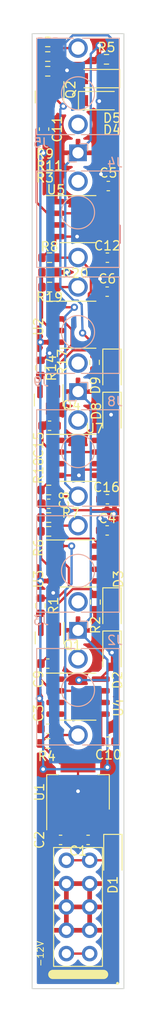
<source format=kicad_pcb>
(kicad_pcb (version 20211014) (generator pcbnew)
  (layers (0 "F.Cu" signal) (31 "B.Cu" signal) (34 "B.Paste" user) (35 "F.Paste" user) (36 "B.SilkS" user "B.Silkscreen") (37 "F.SilkS" user "F.Silkscreen") (38 "B.Mask" user) (39 "F.Mask" user) (44 "Edge.Cuts" user))
  (net 0 "")
  (net 1 "Net-(C1-Pad1)")
  (net 2 "GND")
  (net 3 "+5V")
  (net 4 "Net-(C9-Pad1)")
  (net 5 "Net-(C10-Pad2)")
  (net 6 "Net-(C11-Pad1)")
  (net 7 "Net-(C12-Pad2)")
  (net 8 "Net-(C15-Pad1)")
  (net 9 "Net-(C16-Pad2)")
  (net 10 "Net-(D1-Pad2)")
  (net 11 "Net-(D2-Pad1)")
  (net 12 "Net-(D3-Pad1)")
  (net 13 "Net-(D4-Pad1)")
  (net 14 "Net-(D5-Pad1)")
  (net 15 "Net-(D8-Pad1)")
  (net 16 "Net-(D9-Pad1)")
  (net 17 "Net-(J1-Pad10)")
  (net 19 "Net-(J2-PadT)")
  (net 21 "Net-(J3-PadT)")
  (net 23 "Net-(J4-PadT)")
  (net 25 "Net-(J5-PadT)")
  (net 27 "Net-(J8-PadT)")
  (net 29 "Net-(J9-PadT)")
  (net 30 "Net-(Q1-Pad2)")
  (net 31 "Net-(Q2-Pad2)")
  (net 32 "Net-(Q4-Pad2)")
  (net 33 "Net-(R6-Pad1)")
  (net 34 "Net-(R11-Pad1)")
  (net 35 "Net-(R19-Pad1)")
  (footprint "Resistor_SMD:R_0603_1608Metric" (layer "F.Cu") (at 50.3 79.9 -90)
    (fp_text reference "R2" (at 2.5 0 90) (layer "F.SilkS"))
    (fp_text value "1k")
    (pad "1" smd roundrect locked (at -0.825 0 270) (size 0.8 0.95) (layers "F.Cu" "F.Paste" "F.Mask") (net 12 "Net-(D3-Pad1)"))
    (pad "2" smd roundrect locked (at 0.825 0 270) (size 0.8 0.95) (layers "F.Cu" "F.Paste" "F.Mask") (net 2 "GND"))
  )
  (footprint "Diode_SMD:D_SOD-123" (layer "F.Cu") (at 52.1 80.6 -90)
    (fp_text reference "D3" (at -3.2 -0.7 90) (layer "F.SilkS"))
    (fp_text value "1N4148W")
    (pad "1" smd rect locked (at -1.65 0 270) (size 0.9 1.2) (layers "F.Cu" "F.Paste" "F.Mask") (net 12 "Net-(D3-Pad1)"))
    (pad "2" smd rect locked (at 1.65 0 270) (size 0.9 1.2) (layers "F.Cu" "F.Paste" "F.Mask") (net 11 "Net-(D2-Pad1)"))
  )
  (footprint "Resistor_SMD:R_0603_1608Metric" (layer "F.Cu") (at 45.1 20.5)
    (fp_text reference "R11" (at 0.2 11.9) (layer "F.SilkS"))
    (fp_text value "51k")
    (pad "1" smd roundrect locked (at -0.825 0) (size 0.8 0.95) (layers "F.Cu" "F.Paste" "F.Mask") (net 34 "Net-(R11-Pad1)"))
    (pad "2" smd roundrect locked (at 0.825 0) (size 0.8 0.95) (layers "F.Cu" "F.Paste" "F.Mask") (net 2 "GND"))
  )
  (footprint "Capacitor_SMD:C_0603_1608Metric" (layer "F.Cu") (at 45.1 86.6)
    (fp_text reference "C9" (at -1 1.7 90) (layer "F.SilkS"))
    (fp_text value "1.5n")
    (pad "1" smd roundrect locked (at -0.775 0) (size 0.9 0.95) (layers "F.Cu" "F.Paste" "F.Mask") (net 4 "Net-(C9-Pad1)"))
    (pad "2" smd roundrect locked (at 0.775 0) (size 0.9 0.95) (layers "F.Cu" "F.Paste" "F.Mask") (net 2 "GND"))
  )
  (footprint "Capacitor_SMD:C_0603_1608Metric" (layer "F.Cu") (at 44.7 28.4 -90)
    (fp_text reference "C11" (at 0 -1.43 90) (layer "F.SilkS"))
    (fp_text value "1.5n")
    (pad "1" smd roundrect locked (at -0.775 0 270) (size 0.9 0.95) (layers "F.Cu" "F.Paste" "F.Mask") (net 6 "Net-(C11-Pad1)"))
    (pad "2" smd roundrect locked (at 0.775 0 270) (size 0.9 0.95) (layers "F.Cu" "F.Paste" "F.Mask") (net 2 "GND"))
  )
  (footprint "Capacitor_SMD:C_0603_1608Metric" (layer "F.Cu") (at 45.3 60.7)
    (fp_text reference "C15" (at -1.2 2.1 90) (layer "F.SilkS"))
    (fp_text value "1.5n")
    (pad "1" smd roundrect locked (at -0.775 0) (size 0.9 0.95) (layers "F.Cu" "F.Paste" "F.Mask") (net 8 "Net-(C15-Pad1)"))
    (pad "2" smd roundrect locked (at 0.775 0) (size 0.9 0.95) (layers "F.Cu" "F.Paste" "F.Mask") (net 2 "GND"))
  )
  (footprint "Resistor_SMD:R_0603_1608Metric" (layer "F.Cu") (at 45.3 42.4)
    (fp_text reference "R8" (at 0 -1.2) (layer "F.SilkS"))
    (fp_text value "2.2k")
    (pad "1" smd roundrect locked (at -0.825 0) (size 0.8 0.95) (layers "F.Cu" "F.Paste" "F.Mask") (net 3 "+5V"))
    (pad "2" smd roundrect locked (at 0.825 0) (size 0.8 0.95) (layers "F.Cu" "F.Paste" "F.Mask") (net 23 "Net-(J4-PadT)"))
  )
  (footprint "Resistor_SMD:R_0603_1608Metric" (layer "F.Cu") (at 45.1 22.1 180)
    (fp_text reference "R3" (at 0.3 -11.6) (layer "F.SilkS"))
    (fp_text value "1k")
    (pad "1" smd roundrect locked (at -0.825 0 180) (size 0.8 0.95) (layers "F.Cu" "F.Paste" "F.Mask") (net 3 "+5V"))
    (pad "2" smd roundrect locked (at 0.825 0 180) (size 0.8 0.95) (layers "F.Cu" "F.Paste" "F.Mask") (net 31 "Net-(Q2-Pad2)"))
  )
  (footprint "Capacitor_SMD:C_0603_1608Metric" (layer "F.Cu") (at 45.2 69.2)
    (fp_text reference "C8" (at 1.7 -0.4 90) (layer "F.SilkS"))
    (fp_text value "100n")
    (pad "1" smd roundrect locked (at -0.775 0) (size 0.9 0.95) (layers "F.Cu" "F.Paste" "F.Mask") (net 3 "+5V"))
    (pad "2" smd roundrect locked (at 0.775 0) (size 0.9 0.95) (layers "F.Cu" "F.Paste" "F.Mask") (net 2 "GND"))
  )
  (footprint "Diode_SMD:D_SOD-123" (layer "F.Cu") (at 52.1 59.3 -90)
    (fp_text reference "D8" (at -0.2 1.7 90) (layer "F.SilkS"))
    (fp_text value "1N4148W")
    (pad "1" smd rect locked (at -1.65 0 270) (size 0.9 1.2) (layers "F.Cu" "F.Paste" "F.Mask") (net 15 "Net-(D8-Pad1)"))
    (pad "2" smd rect locked (at 1.65 0 270) (size 0.9 1.2) (layers "F.Cu" "F.Paste" "F.Mask") (net 3 "+5V"))
  )
  (footprint "Resistor_SMD:R_0603_1608Metric" (layer "F.Cu") (at 45.3 45.6)
    (fp_text reference "R19" (at 0 1.1) (layer "F.SilkS"))
    (fp_text value "10k")
    (pad "1" smd roundrect locked (at -0.825 0) (size 0.8 0.95) (layers "F.Cu" "F.Paste" "F.Mask") (net 35 "Net-(R19-Pad1)"))
    (pad "2" smd roundrect locked (at 0.825 0) (size 0.8 0.95) (layers "F.Cu" "F.Paste" "F.Mask") (net 29 "Net-(J9-PadT)"))
  )
  (footprint "Package_SO:SOIC-8_3.9x4.9mm_P1.27mm" (layer "F.Cu") (at 48.4 90.2)
    (fp_text reference "U4" (at 4.4 1.2 90) (layer "F.SilkS"))
    (fp_text value "NE555D")
    (pad "1" smd roundrect locked (at -2.475 -1.905) (size 1.95 0.6) (layers "F.Cu" "F.Paste" "F.Mask") (net 2 "GND"))
    (pad "2" smd roundrect locked (at -2.475 -0.635) (size 1.95 0.6) (layers "F.Cu" "F.Paste" "F.Mask") (net 4 "Net-(C9-Pad1)"))
    (pad "3" smd roundrect locked (at -2.475 0.635) (size 1.95 0.6) (layers "F.Cu" "F.Paste" "F.Mask"))
    (pad "4" smd roundrect locked (at -2.475 1.905) (size 1.95 0.6) (layers "F.Cu" "F.Paste" "F.Mask") (net 3 "+5V"))
    (pad "5" smd roundrect locked (at 2.475 1.905) (size 1.95 0.6) (layers "F.Cu" "F.Paste" "F.Mask") (net 5 "Net-(C10-Pad2)"))
    (pad "6" smd roundrect locked (at 2.475 0.635) (size 1.95 0.6) (layers "F.Cu" "F.Paste" "F.Mask") (net 4 "Net-(C9-Pad1)"))
    (pad "7" smd roundrect locked (at 2.475 -0.635) (size 1.95 0.6) (layers "F.Cu" "F.Paste" "F.Mask") (net 4 "Net-(C9-Pad1)"))
    (pad "8" smd roundrect locked (at 2.475 -1.905) (size 1.95 0.6) (layers "F.Cu" "F.Paste" "F.Mask") (net 3 "+5V"))
  )
  (footprint "Resistor_SMD:R_0603_1608Metric" (layer "F.Cu") (at 51.5 20.8 180)
    (fp_text reference "R5" (at 0 1.3) (layer "F.SilkS"))
    (fp_text value "1k")
    (pad "1" smd roundrect locked (at -0.825 0 180) (size 0.8 0.95) (layers "F.Cu" "F.Paste" "F.Mask") (net 14 "Net-(D5-Pad1)"))
    (pad "2" smd roundrect locked (at 0.825 0 180) (size 0.8 0.95) (layers "F.Cu" "F.Paste" "F.Mask") (net 2 "GND"))
  )
  (footprint "Capacitor_SMD:C_0603_1608Metric" (layer "F.Cu") (at 51.575 46.1)
    (fp_text reference "C6" (at 0 -1.4) (layer "F.SilkS"))
    (fp_text value "100n")
    (pad "1" smd roundrect locked (at -0.775 0) (size 0.9 0.95) (layers "F.Cu" "F.Paste" "F.Mask") (net 3 "+5V"))
    (pad "2" smd roundrect locked (at 0.775 0) (size 0.9 0.95) (layers "F.Cu" "F.Paste" "F.Mask") (net 2 "GND"))
  )
  (footprint "4ms_Connector:Pins_2x05_2.54mm_TH_Europower" (layer "F.Cu") (at 48.4 113.1)
    (fp_text reference "J1" hide)
    (fp_text value "." (at 4.3 7.8) (layer "F.SilkS") (effects (font (size 1.27 1.27) (thickness 0.2032))))
    (fp_text user "-12V" (at -4.1 5.1 90) (layer "F.SilkS") (effects (font (size 0.7 0.7) (thickness 0.1))))
    (pad "1" thru_hole oval locked (at -1.27 -5.08) (size 1.7 1.7) (drill 1) (layers *.Cu *.Mask) (net 10 "Net-(D1-Pad2)"))
    (pad "2" thru_hole oval locked (at 1.27 -5.08) (size 1.7 1.7) (drill 1) (layers *.Cu *.Mask) (net 10 "Net-(D1-Pad2)"))
    (pad "3" thru_hole oval locked (at -1.27 -2.54) (size 1.7 1.7) (drill 1) (layers *.Cu *.Mask) (net 2 "GND"))
    (pad "4" thru_hole oval locked (at 1.27 -2.54) (size 1.7 1.7) (drill 1) (layers *.Cu *.Mask) (net 2 "GND"))
    (pad "5" thru_hole oval locked (at -1.27 0) (size 1.7 1.7) (drill 1) (layers *.Cu *.Mask) (net 2 "GND"))
    (pad "6" thru_hole oval locked (at 1.27 0) (size 1.7 1.7) (drill 1) (layers *.Cu *.Mask) (net 2 "GND"))
    (pad "7" thru_hole oval locked (at -1.27 2.54) (size 1.7 1.7) (drill 1) (layers *.Cu *.Mask) (net 2 "GND"))
    (pad "8" thru_hole oval locked (at 1.27 2.54) (size 1.7 1.7) (drill 1) (layers *.Cu *.Mask) (net 2 "GND"))
    (pad "9" thru_hole oval locked (at -1.27 5.08) (size 1.7 1.7) (drill 1) (layers *.Cu *.Mask) (net 17 "Net-(J1-Pad10)"))
    (pad "10" thru_hole oval locked (at 1.27 5.08) (size 1.7 1.7) (drill 1) (layers *.Cu *.Mask) (net 17 "Net-(J1-Pad10)"))
  )
  (footprint "Package_TO_SOT_SMD:SOT-223-3_TabPin2" (layer "F.Cu") (at 48.4 100.6 90)
    (fp_text reference "U1" (at 0 -4.2 90) (layer "F.SilkS"))
    (fp_text value "LM1117-5.0")
    (pad "1" smd rect locked (at -3.15 -2.3 90) (size 2 1.5) (layers "F.Cu" "F.Paste" "F.Mask") (net 2 "GND"))
    (pad "2" smd rect locked (at 3.15 0 90) (size 2 3.8) (layers "F.Cu" "F.Paste" "F.Mask") (net 3 "+5V"))
    (pad "2" smd rect locked (at -3.15 0 90) (size 2 1.5) (layers "F.Cu" "F.Paste" "F.Mask") (net 3 "+5V"))
    (pad "3" smd rect locked (at -3.15 2.3 90) (size 2 1.5) (layers "F.Cu" "F.Paste" "F.Mask") (net 1 "Net-(C1-Pad1)"))
  )
  (footprint "Package_SO:SOIC-8_3.9x4.9mm_P1.27mm" (layer "F.Cu") (at 48.4 64.2)
    (fp_text reference "U7" (at 1.8 -3.2) (layer "F.SilkS"))
    (fp_text value "NE555D")
    (pad "1" smd roundrect locked (at -2.475 -1.905) (size 1.95 0.6) (layers "F.Cu" "F.Paste" "F.Mask") (net 2 "GND"))
    (pad "2" smd roundrect locked (at -2.475 -0.635) (size 1.95 0.6) (layers "F.Cu" "F.Paste" "F.Mask") (net 8 "Net-(C15-Pad1)"))
    (pad "3" smd roundrect locked (at -2.475 0.635) (size 1.95 0.6) (layers "F.Cu" "F.Paste" "F.Mask"))
    (pad "4" smd roundrect locked (at -2.475 1.905) (size 1.95 0.6) (layers "F.Cu" "F.Paste" "F.Mask") (net 3 "+5V"))
    (pad "5" smd roundrect locked (at 2.475 1.905) (size 1.95 0.6) (layers "F.Cu" "F.Paste" "F.Mask") (net 9 "Net-(C16-Pad2)"))
    (pad "6" smd roundrect locked (at 2.475 0.635) (size 1.95 0.6) (layers "F.Cu" "F.Paste" "F.Mask") (net 8 "Net-(C15-Pad1)"))
    (pad "7" smd roundrect locked (at 2.475 -0.635) (size 1.95 0.6) (layers "F.Cu" "F.Paste" "F.Mask") (net 8 "Net-(C15-Pad1)"))
    (pad "8" smd roundrect locked (at 2.475 -1.905) (size 1.95 0.6) (layers "F.Cu" "F.Paste" "F.Mask") (net 3 "+5V"))
  )
  (footprint "Capacitor_SMD:C_0603_1608Metric" (layer "F.Cu") (at 51.6 68.7 180)
    (fp_text reference "C16" (at 0.1 1.3) (layer "F.SilkS"))
    (fp_text value "100n")
    (pad "1" smd roundrect locked (at -0.775 0 180) (size 0.9 0.95) (layers "F.Cu" "F.Paste" "F.Mask") (net 2 "GND"))
    (pad "2" smd roundrect locked (at 0.775 0 180) (size 0.9 0.95) (layers "F.Cu" "F.Paste" "F.Mask") (net 9 "Net-(C16-Pad2)"))
  )
  (footprint "Diode_SMD:D_SOD-123" (layer "F.Cu") (at 50.7 25.3)
    (fp_text reference "D4" (at 1.4 3.2) (layer "F.SilkS"))
    (fp_text value "1N4148W")
    (pad "1" smd rect locked (at -1.65 0) (size 0.9 1.2) (layers "F.Cu" "F.Paste" "F.Mask") (net 13 "Net-(D4-Pad1)"))
    (pad "2" smd rect locked (at 1.65 0) (size 0.9 1.2) (layers "F.Cu" "F.Paste" "F.Mask") (net 3 "+5V"))
  )
  (footprint "Resistor_SMD:R_0603_1608Metric" (layer "F.Cu") (at 45.2 72.2)
    (fp_text reference "R6" (at -1.1 1.8 90) (layer "F.SilkS"))
    (fp_text value "10k")
    (pad "1" smd roundrect locked (at -0.825 0) (size 0.8 0.95) (layers "F.Cu" "F.Paste" "F.Mask") (net 33 "Net-(R6-Pad1)"))
    (pad "2" smd roundrect locked (at 0.825 0) (size 0.8 0.95) (layers "F.Cu" "F.Paste" "F.Mask") (net 21 "Net-(J3-PadT)"))
  )
  (footprint "Package_SO:SOIC-8_3.9x4.9mm_P1.27mm" (layer "F.Cu") (at 48.4 49.7)
    (fp_text reference "U2" (at -4.3 0.2 90) (layer "F.SilkS"))
    (fp_text value "LM393")
    (pad "1" smd roundrect locked (at -2.475 -1.905) (size 1.95 0.6) (layers "F.Cu" "F.Paste" "F.Mask") (net 27 "Net-(J8-PadT)"))
    (pad "2" smd roundrect locked (at -2.475 -0.635) (size 1.95 0.6) (layers "F.Cu" "F.Paste" "F.Mask") (net 8 "Net-(C15-Pad1)"))
    (pad "3" smd roundrect locked (at -2.475 0.635) (size 1.95 0.6) (layers "F.Cu" "F.Paste" "F.Mask") (net 35 "Net-(R19-Pad1)"))
    (pad "4" smd roundrect locked (at -2.475 1.905) (size 1.95 0.6) (layers "F.Cu" "F.Paste" "F.Mask") (net 2 "GND"))
    (pad "5" smd roundrect locked (at 2.475 1.905) (size 1.95 0.6) (layers "F.Cu" "F.Paste" "F.Mask") (net 34 "Net-(R11-Pad1)"))
    (pad "6" smd roundrect locked (at 2.475 0.635) (size 1.95 0.6) (layers "F.Cu" "F.Paste" "F.Mask") (net 6 "Net-(C11-Pad1)"))
    (pad "7" smd roundrect locked (at 2.475 -0.635) (size 1.95 0.6) (layers "F.Cu" "F.Paste" "F.Mask") (net 23 "Net-(J4-PadT)"))
    (pad "8" smd roundrect locked (at 2.475 -1.905) (size 1.95 0.6) (layers "F.Cu" "F.Paste" "F.Mask") (net 3 "+5V"))
  )
  (footprint "Diode_SMD:D_SOD-123" (layer "F.Cu") (at 52.1 85.3 -90)
    (fp_text reference "D2" (at 3.1 -0.6 90) (layer "F.SilkS"))
    (fp_text value "1N4148W")
    (pad "1" smd rect locked (at -1.65 0 270) (size 0.9 1.2) (layers "F.Cu" "F.Paste" "F.Mask") (net 11 "Net-(D2-Pad1)"))
    (pad "2" smd rect locked (at 1.65 0 270) (size 0.9 1.2) (layers "F.Cu" "F.Paste" "F.Mask") (net 3 "+5V"))
  )
  (footprint "Diode_SMD:D_SOD-123" (layer "F.Cu") (at 50.7 22.9 180)
    (fp_text reference "D5" (at -1.4 -4.3) (layer "F.SilkS"))
    (fp_text value "1N4148W")
    (pad "1" smd rect locked (at -1.65 0 180) (size 0.9 1.2) (layers "F.Cu" "F.Paste" "F.Mask") (net 14 "Net-(D5-Pad1)"))
    (pad "2" smd rect locked (at 1.65 0 180) (size 0.9 1.2) (layers "F.Cu" "F.Paste" "F.Mask") (net 13 "Net-(D4-Pad1)"))
  )
  (footprint "Capacitor_SMD:C_0603_1608Metric" (layer "F.Cu") (at 51.7 34.6)
    (fp_text reference "C5" (at 0 -1.43) (layer "F.SilkS"))
    (fp_text value "100n")
    (pad "1" smd roundrect locked (at -0.775 0) (size 0.9 0.95) (layers "F.Cu" "F.Paste" "F.Mask") (net 3 "+5V"))
    (pad "2" smd roundrect locked (at 0.775 0) (size 0.9 0.95) (layers "F.Cu" "F.Paste" "F.Mask") (net 2 "GND"))
  )
  (footprint "Package_TO_SOT_SMD:SOT-23" (layer "F.Cu") (at 45.3 24.9 -90)
    (fp_text reference "Q2" (at -0.8 -2.3 90) (layer "F.SilkS"))
    (fp_text value "MMBT3906")
    (pad "1" smd roundrect locked (at -0.9375 -0.95 270) (size 1.475 0.6) (layers "F.Cu" "F.Paste" "F.Mask") (net 14 "Net-(D5-Pad1)"))
    (pad "2" smd roundrect locked (at -0.9375 0.95 270) (size 1.475 0.6) (layers "F.Cu" "F.Paste" "F.Mask") (net 31 "Net-(Q2-Pad2)"))
    (pad "3" smd roundrect locked (at 0.9375 0 270) (size 1.475 0.6) (layers "F.Cu" "F.Paste" "F.Mask") (net 6 "Net-(C11-Pad1)"))
  )
  (footprint "Diode_SMD:D_SOD-123" (layer "F.Cu") (at 52.2 107.45 -90)
    (fp_text reference "D1" (at 3.25 0 90) (layer "F.SilkS"))
    (fp_text value "SM4007")
    (pad "1" smd rect locked (at -1.65 0 270) (size 0.9 1.2) (layers "F.Cu" "F.Paste" "F.Mask") (net 1 "Net-(C1-Pad1)"))
    (pad "2" smd rect locked (at 1.65 0 270) (size 0.9 1.2) (layers "F.Cu" "F.Paste" "F.Mask") (net 10 "Net-(D1-Pad2)"))
  )
  (footprint "Resistor_SMD:R_0603_1608Metric" (layer "F.Cu") (at 45.2 70.7)
    (fp_text reference "R7" (at 2.4 -0.5) (layer "F.SilkS"))
    (fp_text value "51k")
    (pad "1" smd roundrect locked (at -0.825 0) (size 0.8 0.95) (layers "F.Cu" "F.Paste" "F.Mask") (net 33 "Net-(R6-Pad1)"))
    (pad "2" smd roundrect locked (at 0.825 0) (size 0.8 0.95) (layers "F.Cu" "F.Paste" "F.Mask") (net 2 "GND"))
  )
  (footprint "Package_SO:SOIC-8_3.9x4.9mm_P1.27mm" (layer "F.Cu") (at 48.4 75.7)
    (fp_text reference "U3" (at -4.3 1.7 90) (layer "F.SilkS"))
    (fp_text value "LM393")
    (pad "1" smd roundrect locked (at -2.475 -1.905) (size 1.95 0.6) (layers "F.Cu" "F.Paste" "F.Mask") (net 19 "Net-(J2-PadT)"))
    (pad "2" smd roundrect locked (at -2.475 -0.635) (size 1.95 0.6) (layers "F.Cu" "F.Paste" "F.Mask") (net 4 "Net-(C9-Pad1)"))
    (pad "3" smd roundrect locked (at -2.475 0.635) (size 1.95 0.6) (layers "F.Cu" "F.Paste" "F.Mask") (net 33 "Net-(R6-Pad1)"))
    (pad "4" smd roundrect locked (at -2.475 1.905) (size 1.95 0.6) (layers "F.Cu" "F.Paste" "F.Mask") (net 2 "GND"))
    (pad "5" smd roundrect locked (at 2.475 1.905) (size 1.95 0.6) (layers "F.Cu" "F.Paste" "F.Mask"))
    (pad "6" smd roundrect locked (at 2.475 0.635) (size 1.95 0.6) (layers "F.Cu" "F.Paste" "F.Mask"))
    (pad "7" smd roundrect locked (at 2.475 -0.635) (size 1.95 0.6) (layers "F.Cu" "F.Paste" "F.Mask"))
    (pad "8" smd roundrect locked (at 2.475 -1.905) (size 1.95 0.6) (layers "F.Cu" "F.Paste" "F.Mask") (net 3 "+5V"))
  )
  (footprint "Capacitor_SMD:C_0603_1608Metric" (layer "F.Cu") (at 51.6 42.4 180)
    (fp_text reference "C12" (at 0 1.3) (layer "F.SilkS"))
    (fp_text value "100n")
    (pad "1" smd roundrect locked (at -0.775 0 180) (size 0.9 0.95) (layers "F.Cu" "F.Paste" "F.Mask") (net 2 "GND"))
    (pad "2" smd roundrect locked (at 0.775 0 180) (size 0.9 0.95) (layers "F.Cu" "F.Paste" "F.Mask") (net 7 "Net-(C12-Pad2)"))
  )
  (footprint "Package_SO:SOIC-8_3.9x4.9mm_P1.27mm" (layer "F.Cu") (at 48.4 38.2)
    (fp_text reference "U5" (at -2.4 -3.2) (layer "F.SilkS"))
    (fp_text value "NE555D")
    (pad "1" smd roundrect locked (at -2.475 -1.905) (size 1.95 0.6) (layers "F.Cu" "F.Paste" "F.Mask") (net 2 "GND"))
    (pad "2" smd roundrect locked (at -2.475 -0.635) (size 1.95 0.6) (layers "F.Cu" "F.Paste" "F.Mask") (net 6 "Net-(C11-Pad1)"))
    (pad "3" smd roundrect locked (at -2.475 0.635) (size 1.95 0.6) (layers "F.Cu" "F.Paste" "F.Mask"))
    (pad "4" smd roundrect locked (at -2.475 1.905) (size 1.95 0.6) (layers "F.Cu" "F.Paste" "F.Mask") (net 3 "+5V"))
    (pad "5" smd roundrect locked (at 2.475 1.905) (size 1.95 0.6) (layers "F.Cu" "F.Paste" "F.Mask") (net 7 "Net-(C12-Pad2)"))
    (pad "6" smd roundrect locked (at 2.475 0.635) (size 1.95 0.6) (layers "F.Cu" "F.Paste" "F.Mask") (net 6 "Net-(C11-Pad1)"))
    (pad "7" smd roundrect locked (at 2.475 -0.635) (size 1.95 0.6) (layers "F.Cu" "F.Paste" "F.Mask") (net 6 "Net-(C11-Pad1)"))
    (pad "8" smd roundrect locked (at 2.475 -1.905) (size 1.95 0.6) (layers "F.Cu" "F.Paste" "F.Mask") (net 3 "+5V"))
  )
  (footprint "Capacitor_SMD:C_0603_1608Metric" (layer "F.Cu") (at 51.575 72.1)
    (fp_text reference "C4" (at 0.025 -1.3 180) (layer "F.SilkS"))
    (fp_text value "100n")
    (pad "1" smd roundrect locked (at -0.775 0) (size 0.9 0.95) (layers "F.Cu" "F.Paste" "F.Mask") (net 3 "+5V"))
    (pad "2" smd roundrect locked (at 0.775 0) (size 0.9 0.95) (layers "F.Cu" "F.Paste" "F.Mask") (net 2 "GND"))
  )
  (footprint "Capacitor_SMD:C_0603_1608Metric" (layer "F.Cu") (at 45.1 93.7 180)
    (fp_text reference "C3" (at 1 1.7 90) (layer "F.SilkS"))
    (fp_text value "100n")
    (pad "1" smd roundrect locked (at -0.775 0 180) (size 0.9 0.95) (layers "F.Cu" "F.Paste" "F.Mask") (net 3 "+5V"))
    (pad "2" smd roundrect locked (at 0.775 0 180) (size 0.9 0.95) (layers "F.Cu" "F.Paste" "F.Mask") (net 2 "GND"))
  )
  (footprint "Resistor_SMD:R_0603_1608Metric" (layer "F.Cu") (at 44.3 80.3 -90)
    (fp_text reference "R1" (at 0 -1.43 90) (layer "F.SilkS"))
    (fp_text value "1k")
    (pad "1" smd roundrect locked (at -0.825 0 270) (size 0.8 0.95) (layers "F.Cu" "F.Paste" "F.Mask") (net 3 "+5V"))
    (pad "2" smd roundrect locked (at 0.825 0 270) (size 0.8 0.95) (layers "F.Cu" "F.Paste" "F.Mask") (net 30 "Net-(Q1-Pad2)"))
  )
  (footprint "Diode_SMD:D_SOD-123" (layer "F.Cu") (at 52.1 54.6 -90)
    (fp_text reference "D9" (at 1.7 1.8 90) (layer "F.SilkS"))
    (fp_text value "1N4148W")
    (pad "1" smd rect locked (at -1.65 0 270) (size 0.9 1.2) (layers "F.Cu" "F.Paste" "F.Mask") (net 16 "Net-(D9-Pad1)"))
    (pad "2" smd rect locked (at 1.65 0 270) (size 0.9 1.2) (layers "F.Cu" "F.Paste" "F.Mask") (net 15 "Net-(D8-Pad1)"))
  )
  (footprint "Capacitor_SMD:C_0603_1608Metric" (layer "F.Cu") (at 46.5 105.8 180)
    (fp_text reference "C2" (at 2.3 0 90) (layer "F.SilkS"))
    (fp_text value "10u")
    (pad "1" smd roundrect locked (at -0.775 0 180) (size 0.9 0.95) (layers "F.Cu" "F.Paste" "F.Mask") (net 3 "+5V"))
    (pad "2" smd roundrect locked (at 0.775 0 180) (size 0.9 0.95) (layers "F.Cu" "F.Paste" "F.Mask") (net 2 "GND"))
  )
  (footprint "Capacitor_SMD:C_0603_1608Metric" (layer "F.Cu") (at 51.7 95.1 180)
    (fp_text reference "C10" (at 0 -1.43) (layer "F.SilkS"))
    (fp_text value "100n")
    (pad "1" smd roundrect locked (at -0.775 0 180) (size 0.9 0.95) (layers "F.Cu" "F.Paste" "F.Mask") (net 2 "GND"))
    (pad "2" smd roundrect locked (at 0.775 0 180) (size 0.9 0.95) (layers "F.Cu" "F.Paste" "F.Mask") (net 5 "Net-(C10-Pad2)"))
  )
  (footprint "Resistor_SMD:R_0603_1608Metric" (layer "F.Cu") (at 45.3 44)
    (fp_text reference "R20" (at 2.8 0.1) (layer "F.SilkS"))
    (fp_text value "51k")
    (pad "1" smd roundrect locked (at -0.825 0) (size 0.8 0.95) (layers "F.Cu" "F.Paste" "F.Mask") (net 35 "Net-(R19-Pad1)"))
    (pad "2" smd roundrect locked (at 0.825 0) (size 0.8 0.95) (layers "F.Cu" "F.Paste" "F.Mask") (net 2 "GND"))
  )
  (footprint "Package_TO_SOT_SMD:SOT-23" (layer "F.Cu") (at 45.2 57.9 -90)
    (fp_text reference "Q4" (at 0.6 -2.5 180) (layer "F.SilkS"))
    (fp_text value "MMBT3906")
    (pad "1" smd roundrect locked (at -0.9375 -0.95 270) (size 1.475 0.6) (layers "F.Cu" "F.Paste" "F.Mask") (net 16 "Net-(D9-Pad1)"))
    (pad "2" smd roundrect locked (at -0.9375 0.95 270) (size 1.475 0.6) (layers "F.Cu" "F.Paste" "F.Mask") (net 32 "Net-(Q4-Pad2)"))
    (pad "3" smd roundrect locked (at 0.9375 0 270) (size 1.475 0.6) (layers "F.Cu" "F.Paste" "F.Mask") (net 8 "Net-(C15-Pad1)"))
  )
  (footprint "Package_TO_SOT_SMD:SOT-23" (layer "F.Cu") (at 45.3 83.8 -90)
    (fp_text reference "Q1" (at 0.8 -2.5 180) (layer "F.SilkS"))
    (fp_text value "MMBT3906")
    (pad "1" smd roundrect locked (at -0.9375 -0.95 270) (size 1.475 0.6) (layers "F.Cu" "F.Paste" "F.Mask") (net 12 "Net-(D3-Pad1)"))
    (pad "2" smd roundrect locked (at -0.9375 0.95 270) (size 1.475 0.6) (layers "F.Cu" "F.Paste" "F.Mask") (net 30 "Net-(Q1-Pad2)"))
    (pad "3" smd roundrect locked (at 0.9375 0 270) (size 1.475 0.6) (layers "F.Cu" "F.Paste" "F.Mask") (net 4 "Net-(C9-Pad1)"))
  )
  (footprint "Resistor_SMD:R_0603_1608Metric" (layer "F.Cu") (at 45.2 67.7)
    (fp_text reference "R18" (at -1.1 -2.1 90) (layer "F.SilkS"))
    (fp_text value "2.2k")
    (pad "1" smd roundrect locked (at -0.825 0) (size 0.8 0.95) (layers "F.Cu" "F.Paste" "F.Mask") (net 3 "+5V"))
    (pad "2" smd roundrect locked (at 0.825 0) (size 0.8 0.95) (layers "F.Cu" "F.Paste" "F.Mask") (net 27 "Net-(J8-PadT)"))
  )
  (footprint "Resistor_SMD:R_0603_1608Metric" (layer "F.Cu") (at 50.2 53.8 -90)
    (fp_text reference "R17" (at 0 3.5 90) (layer "F.SilkS"))
    (fp_text value "1k")
    (pad "1" smd roundrect locked (at -0.825 0 270) (size 0.8 0.95) (layers "F.Cu" "F.Paste" "F.Mask") (net 16 "Net-(D9-Pad1)"))
    (pad "2" smd roundrect locked (at 0.825 0 270) (size 0.8 0.95) (layers "F.Cu" "F.Paste" "F.Mask") (net 2 "GND"))
  )
  (footprint "Resistor_SMD:R_0603_1608Metric" (layer "F.Cu") (at 45.1 95.3)
    (fp_text reference "R4" (at -0.1 1.4) (layer "F.SilkS"))
    (fp_text value "2.2k")
    (pad "1" smd roundrect locked (at -0.825 0) (size 0.8 0.95) (layers "F.Cu" "F.Paste" "F.Mask") (net 3 "+5V"))
    (pad "2" smd roundrect locked (at 0.825 0) (size 0.8 0.95) (layers "F.Cu" "F.Paste" "F.Mask") (net 19 "Net-(J2-PadT)"))
  )
  (footprint "Resistor_SMD:R_0603_1608Metric" (layer "F.Cu") (at 45.1 18.9)
    (fp_text reference "R9" (at -0.3 12.2) (layer "F.SilkS"))
    (fp_text value "10k")
    (pad "1" smd roundrect locked (at -0.825 0) (size 0.8 0.95) (layers "F.Cu" "F.Paste" "F.Mask") (net 34 "Net-(R11-Pad1)"))
    (pad "2" smd roundrect locked (at 0.825 0) (size 0.8 0.95) (layers "F.Cu" "F.Paste" "F.Mask") (net 25 "Net-(J5-PadT)"))
  )
  (footprint "Capacitor_SMD:C_0603_1608Metric" (layer "F.Cu") (at 49.5 105.8 180)
    (fp_text reference "C1" (at 1.1 -1.2) (layer "F.SilkS"))
    (fp_text value "10u")
    (pad "1" smd roundrect locked (at -0.775 0 180) (size 0.9 0.95) (layers "F.Cu" "F.Paste" "F.Mask") (net 1 "Net-(C1-Pad1)"))
    (pad "2" smd roundrect locked (at 0.775 0 180) (size 0.9 0.95) (layers "F.Cu" "F.Paste" "F.Mask") (net 2 "GND"))
  )
  (footprint "Resistor_SMD:R_0603_1608Metric" (layer "F.Cu") (at 44.3 54.4 -90)
    (fp_text reference "R14" (at 0 -1.2 90) (layer "F.SilkS"))
    (fp_text value "1k")
    (pad "1" smd roundrect locked (at -0.825 0 270) (size 0.8 0.95) (layers "F.Cu" "F.Paste" "F.Mask") (net 3 "+5V"))
    (pad "2" smd roundrect locked (at 0.825 0 270) (size 0.8 0.95) (layers "F.Cu" "F.Paste" "F.Mask") (net 32 "Net-(Q4-Pad2)"))
  )
  (footprint "Connector_Audio:Jack_3.5mm_QingPu_WQP-PJ398SM_Vertical_CircularHoles" (layer "B.Cu") (at 48.4 56.98)
    (fp_text reference "J9" (at -4.03 -1.08) (layer "B.SilkS") (effects (justify mirror)))
    (fp_text value "JACK")
    (pad "S" thru_hole rect locked (at 0 0 180) (size 1.93 1.83) (drill 1.22) (layers *.Cu *.Mask) (net 2 "GND"))
    (pad "T" thru_hole circle locked (at 0 -11.4 180) (size 2.13 2.13) (drill 1.43) (layers *.Cu *.Mask) (net 29 "Net-(J9-PadT)"))
    (pad "TN" thru_hole circle locked (at 0 -3.1 180) (size 2.13 2.13) (drill 1.42) (layers *.Cu *.Mask))
  )
  (footprint "Connector_Audio:Jack_3.5mm_QingPu_WQP-PJ398SM_Vertical_CircularHoles" (layer "B.Cu") (at 48.4 56.98 180)
    (fp_text reference "J8" (at -4.03 -1.08) (layer "B.SilkS") (effects (justify mirror)))
    (fp_text value "JACK")
    (pad "S" thru_hole rect locked (at 0 0) (size 1.93 1.83) (drill 1.22) (layers *.Cu *.Mask) (net 2 "GND"))
    (pad "T" thru_hole circle locked (at 0 -11.4) (size 2.13 2.13) (drill 1.43) (layers *.Cu *.Mask) (net 27 "Net-(J8-PadT)"))
    (pad "TN" thru_hole circle locked (at 0 -3.1) (size 2.13 2.13) (drill 1.42) (layers *.Cu *.Mask))
  )
  (footprint "Connector_Audio:Jack_3.5mm_QingPu_WQP-PJ398SM_Vertical_CircularHoles" (layer "B.Cu") (at 48.4 82.98)
    (fp_text reference "J3" (at -4.03 -1.08) (layer "B.SilkS") (effects (justify mirror)))
    (fp_text value "JACK")
    (pad "S" thru_hole rect locked (at 0 0 180) (size 1.93 1.83) (drill 1.22) (layers *.Cu *.Mask) (net 2 "GND"))
    (pad "T" thru_hole circle locked (at 0 -11.4 180) (size 2.13 2.13) (drill 1.43) (layers *.Cu *.Mask) (net 21 "Net-(J3-PadT)"))
    (pad "TN" thru_hole circle locked (at 0 -3.1 180) (size 2.13 2.13) (drill 1.42) (layers *.Cu *.Mask))
  )
  (footprint "Connector_Audio:Jack_3.5mm_QingPu_WQP-PJ398SM_Vertical_CircularHoles" (layer "B.Cu") (at 48.4 30.98)
    (fp_text reference "J5" (at -4.03 -1.08) (layer "B.SilkS") (effects (justify mirror)))
    (fp_text value "JACK")
    (pad "S" thru_hole rect locked (at 0 0 180) (size 1.93 1.83) (drill 1.22) (layers *.Cu *.Mask) (net 2 "GND"))
    (pad "T" thru_hole circle locked (at 0 -11.4 180) (size 2.13 2.13) (drill 1.43) (layers *.Cu *.Mask) (net 25 "Net-(J5-PadT)"))
    (pad "TN" thru_hole circle locked (at 0 -3.1 180) (size 2.13 2.13) (drill 1.42) (layers *.Cu *.Mask))
  )
  (footprint "Connector_Audio:Jack_3.5mm_QingPu_WQP-PJ398SM_Vertical_CircularHoles" (layer "B.Cu") (at 48.4 82.98 180)
    (fp_text reference "J2" (at -4.03 -1.08) (layer "B.SilkS") (effects (justify mirror)))
    (fp_text value "JACK")
    (pad "S" thru_hole rect locked (at 0 0) (size 1.93 1.83) (drill 1.22) (layers *.Cu *.Mask) (net 2 "GND"))
    (pad "T" thru_hole circle locked (at 0 -11.4) (size 2.13 2.13) (drill 1.43) (layers *.Cu *.Mask) (net 19 "Net-(J2-PadT)"))
    (pad "TN" thru_hole circle locked (at 0 -3.1) (size 2.13 2.13) (drill 1.42) (layers *.Cu *.Mask))
  )
  (footprint "Connector_Audio:Jack_3.5mm_QingPu_WQP-PJ398SM_Vertical_CircularHoles" (layer "B.Cu") (at 48.4 30.98 180)
    (fp_text reference "J4" (at -4.03 -1.08) (layer "B.SilkS") (effects (justify mirror)))
    (fp_text value "JACK")
    (pad "S" thru_hole rect locked (at 0 0) (size 1.93 1.83) (drill 1.22) (layers *.Cu *.Mask) (net 2 "GND"))
    (pad "T" thru_hole circle locked (at 0 -11.4) (size 2.13 2.13) (drill 1.43) (layers *.Cu *.Mask) (net 23 "Net-(J4-PadT)"))
    (pad "TN" thru_hole circle locked (at 0 -3.1) (size 2.13 2.13) (drill 1.42) (layers *.Cu *.Mask))
  )
  (gr_rect (start 43.4 18) (end 53.4 122) (layer "Edge.Cuts") (width 0.1) (fill none))
  (segment (start 50.275 105.8) (end 52.2 105.8) (width 0.25) (layer "F.Cu") (net 1))
  (segment (start 50.275 104.175) (end 50.7 103.75) (width 0.25) (layer "F.Cu") (net 1))
  (segment (start 50.275 105.8) (end 50.275 104.175) (width 0.25) (layer "F.Cu") (net 1))
  (segment (start 46.52452 106.59952) (end 45.725 105.8) (width 0.25) (layer "F.Cu") (net 2))
  (segment (start 45.925 20.5) (end 46.625 21.2) (width 0.25) (layer "F.Cu") (net 2))
  (segment (start 45.925 51.605) (end 44.305 51.605) (width 0.25) (layer "F.Cu") (net 2))
  (segment (start 44.305 51.605) (end 44.3 51.6) (width 0.25) (layer "F.Cu") (net 2))
  (segment (start 47.92548 106.59952) (end 46.52452 106.59952) (width 0.25) (layer "F.Cu") (net 2))
  (segment (start 46.625 21.2) (end 50.275 21.2) (width 0.25) (layer "F.Cu") (net 2))
  (segment (start 50.7 19.3) (end 50.675 19.325) (width 0.25) (layer "F.Cu") (net 2))
  (segment (start 51.175 69.9) (end 52.375 68.7) (width 0.25) (layer "F.Cu") (net 2))
  (segment (start 50.675 20.8) (end 50.7 19.3) (width 0.25) (layer "F.Cu") (net 2))
  (segment (start 44.305 77.605) (end 44.3 77.6) (width 0.25) (layer "F.Cu") (net 2))
  (segment (start 45.975 69.2) (end 46.675 69.9) (width 0.25) (layer "F.Cu") (net 2))
  (segment (start 52.9 40.8) (end 52.9 38.9) (width 0.25) (layer "F.Cu") (net 2))
  (segment (start 52.475 38.475) (end 52.475 34.6) (width 0.25) (layer "F.Cu") (net 2))
  (segment (start 46.125 44) (end 47.2 44) (width 0.25) (layer "F.Cu") (net 2))
  (segment (start 48.725 105.8) (end 47.92548 106.59952) (width 0.25) (layer "F.Cu") (net 2))
  (segment (start 45.925 77.605) (end 44.305 77.605) (width 0.25) (layer "F.Cu") (net 2))
  (segment (start 52.375 41.325) (end 52.9 40.8) (width 0.25) (layer "F.Cu") (net 2))
  (segment (start 52.9 38.9) (end 52.475 38.475) (width 0.25) (layer "F.Cu") (net 2))
  (segment (start 50.275 21.2) (end 50.675 20.8) (width 0.25) (layer "F.Cu") (net 2))
  (segment (start 46.675 69.9) (end 51.175 69.9) (width 0.25) (layer "F.Cu") (net 2))
  (segment (start 52.375 42.4) (end 52.375 41.325) (width 0.25) (layer "F.Cu") (net 2))
  (via (at 44.3 77.6) (size 0.8) (drill 0.4) (layers "F.Cu" "B.Cu") (net 2))
  (via (at 44.6 98.1) (size 0.8) (drill 0.4) (layers "F.Cu" "B.Cu") (net 2))
  (via (at 48.5 88.4) (size 0.8) (drill 0.4) (layers "F.Cu" "B.Cu") (net 2))
  (via (at 47.2 44) (size 0.8) (drill 0.4) (layers "F.Cu" "B.Cu") (net 2))
  (via (at 44.3 51.6) (size 0.8) (drill 0.4) (layers "F.Cu" "B.Cu") (net 2))
  (via (at 44.2 90.4) (size 0.8) (drill 0.4) (layers "F.Cu" "B.Cu") (net 2))
  (via (at 50.7 19.3) (size 0.8) (drill 0.4) (layers "F.Cu" "B.Cu") (net 2))
  (via (at 51.6 97.9) (size 0.8) (drill 0.4) (layers "F.Cu" "B.Cu") (net 2))
  (via (at 44.6245 31) (size 0.8) (drill 0.4) (layers "F.Cu" "B.Cu") (net 2))
  (via (at 52.3 70.3) (size 0.8) (drill 0.4) (layers "F.Cu" "B.Cu") (net 2))
  (segment (start 44.3 51.6) (end 44.3 77.6) (width 0.25) (layer "B.Cu") (net 2))
  (segment (start 44.3 90.3) (end 44.2 90.4) (width 0.25) (layer "B.Cu") (net 2))
  (segment (start 48.4 56.98) (end 49.789511 58.369511) (width 0.25) (layer "B.Cu") (net 2))
  (segment (start 50.7 19.3) (end 49.789511 20.210489) (width 0.25) (layer "B.Cu") (net 2))
  (segment (start 49.789511 70.089511) (end 49.803533 70.075489) (width 0.25) (layer "B.Cu") (net 2))
  (segment (start 48.5 88.4) (end 51.5 88.4) (width 0.25) (layer "B.Cu") (net 2))
  (segment (start 51.5 88.4) (end 51.6 88.3) (width 0.25) (layer "B.Cu") (net 2))
  (segment (start 49.789511 29.590489) (end 48.4 30.98) (width 0.25) (layer "B.Cu") (net 2))
  (segment (start 52.075489 70.075489) (end 52.3 70.3) (width 0.25) (layer "B.Cu") (net 2))
  (segment (start 51.6 86.18) (end 51.6 88.3) (width 0.25) (layer "B.Cu") (net 2))
  (segment (start 49.789511 81.590489) (end 48.4 82.98) (width 0.25) (layer "B.Cu") (net 2))
  (segment (start 44.3 77.6) (end 44.3 90.3) (width 0.25) (layer "B.Cu") (net 2))
  (segment (start 44.6 90.8) (end 44.2 90.4) (width 0.25) (layer "B.Cu") (net 2))
  (segment (start 51.4 98.1) (end 51.6 97.9) (width 0.25) (layer "B.Cu") (net 2))
  (segment (start 51.6 88.3) (end 51.6 97.9) (width 0.25) (layer "B.Cu") (net 2))
  (segment (start 44.6245 31) (end 44.3 31.3245) (width 0.25) (layer "B.Cu") (net 2))
  (segment (start 49.789511 58.369511) (end 49.789511 70.089511) (width 0.25) (layer "B.Cu") (net 2))
  (segment (start 47.010489 43.810489) (end 47.010489 32.369511) (width 0.25) (layer "B.Cu") (net 2))
  (segment (start 44.6 98.1) (end 44.6 90.8) (width 0.25) (layer "B.Cu") (net 2))
  (segment (start 47.2 44) (end 47.010489 43.810489) (width 0.25) (layer "B.Cu") (net 2))
  (segment (start 44.3 31.3245) (end 44.3 51.6) (width 0.25) (layer "B.Cu") (net 2))
  (segment (start 44.6 98.1) (end 51.4 98.1) (width 0.25) (layer "B.Cu") (net 2))
  (segment (start 49.789511 20.210489) (end 49.789511 29.590489) (width 0.25) (layer "B.Cu") (net 2))
  (segment (start 49.803533 70.075489) (end 52.075489 70.075489) (width 0.25) (layer "B.Cu") (net 2))
  (segment (start 47.010489 32.369511) (end 48.4 30.98) (width 0.25) (layer "B.Cu") (net 2))
  (segment (start 48.4 82.98) (end 51.6 86.18) (width 0.25) (layer "B.Cu") (net 2))
  (segment (start 49.789511 70.089511) (end 49.789511 81.590489) (width 0.25) (layer "B.Cu") (net 2))
  (segment (start 46.425 97.45) (end 44.275 95.3) (width 0.25) (layer "F.Cu") (net 3))
  (segment (start 49.11952 65.48048) (end 51.91952 65.48048) (width 0.25) (layer "F.Cu") (net 3))
  (segment (start 44.425 69.2) (end 45.2 69.975) (width 0.25) (layer "F.Cu") (net 3))
  (segment (start 50.8 47.72) (end 50.875 47.795) (width 0.25) (layer "F.Cu") (net 3))
  (segment (start 45.875 93.7) (end 44.275 95.3) (width 0.25) (layer "F.Cu") (net 3))
  (segment (start 45.2 72.591783) (end 45.608217 73) (width 0.25) (layer "F.Cu") (net 3))
  (segment (start 44.375 69.15) (end 44.425 69.2) (width 0.25) (layer "F.Cu") (net 3))
  (segment (start 44.525 53.575) (end 44.3 53.575) (width 0.25) (layer "F.Cu") (net 3))
  (segment (start 45.125 79.475) (end 45.7 78.9) (width 0.25) (layer "F.Cu") (net 3))
  (segment (start 50.875 62.175) (end 52.1 60.95) (width 0.25) (layer "F.Cu") (net 3))
  (segment (start 45.608217 73) (end 50.08 73) (width 0.25) (layer "F.Cu") (net 3))
  (segment (start 50.8 46.1) (end 50.8 47.72) (width 0.25) (layer "F.Cu") (net 3))
  (segment (start 50.8 72.1) (end 50.8 73.72) (width 0.25) (layer "F.Cu") (net 3))
  (segment (start 47.1 22.1) (end 47.2 22) (width 0.25) (layer "F.Cu") (net 3))
  (segment (start 44.375 67.7) (end 44.375 69.15) (width 0.25) (layer "F.Cu") (net 3))
  (segment (start 44.375 67.7) (end 44.375 67.655) (width 0.25) (layer "F.Cu") (net 3))
  (segment (start 50.875 34.65) (end 50.925 34.6) (width 0.25) (layer "F.Cu") (net 3))
  (segment (start 45.925 22.1) (end 47.1 22.1) (width 0.25) (layer "F.Cu") (net 3))
  (segment (start 52.1 60.95) (end 52.1 59.6) (width 0.25) (layer "F.Cu") (net 3))
  (segment (start 50.8 46.1) (end 50.8 44.7) (width 0.25) (layer "F.Cu") (net 3))
  (segment (start 48.295 40.105) (end 48.3 40.1) (width 0.25) (layer "F.Cu") (net 3))
  (segment (start 48.4 97.45) (end 46.425 97.45) (width 0.25) (layer "F.Cu") (net 3))
  (segment (start 52.4 61.25) (end 52.1 60.95) (width 0.25) (layer "F.Cu") (net 3))
  (segment (start 50.875 36.295) (end 50.875 34.65) (width 0.25) (layer "F.Cu") (net 3))
  (segment (start 47.275 105.8) (end 47.275 104.875) (width 0.25) (layer "F.Cu") (net 3))
  (segment (start 45.875 92.155) (end 45.925 92.105) (width 0.25) (layer "F.Cu") (net 3))
  (segment (start 45.925 40.95) (end 44.475 42.4) (width 0.25) (layer "F.Cu") (net 3))
  (segment (start 45.925 40.105) (end 45.925 40.95) (width 0.25) (layer "F.Cu") (net 3))
  (segment (start 50.875 88.175) (end 52.1 86.95) (width 0.25) (layer "F.Cu") (net 3))
  (segment (start 45.2 69.975) (end 45.2 72.591783) (width 0.25) (layer "F.Cu") (net 3))
  (segment (start 47.275 104.875) (end 48.4 103.75) (width 0.25) (layer "F.Cu") (net 3))
  (segment (start 52.35 25.3) (end 50.8 25.3) (width 0.25) (layer "F.Cu") (net 3))
  (segment (start 52.1 59.6) (end 52 59.5) (width 0.25) (layer "F.Cu") (net 3))
  (segment (start 48.4 100.5) (end 48.4 97.45) (width 0.25) (layer "F.Cu") (net 3))
  (segment (start 48.4 103.75) (end 48.4 100.5) (width 0.25) (layer "F.Cu") (net 3))
  (segment (start 50.925 34.6) (end 50.925 33.325) (width 0.25) (layer "F.Cu") (net 3))
  (segment (start 50.8 25.3) (end 50.710683 25.355207) (width 0.25) (layer "F.Cu") (net 3))
  (segment (start 50.875 88.295) (end 50.875 88.175) (width 0.25) (layer "F.Cu") (net 3))
  (segment (start 44.3 79.475) (end 45.125 79.475) (width 0.25) (layer "F.Cu") (net 3))
  (segment (start 45.925 66.105) (end 48.5 66.1) (width 0.25) (layer "F.Cu") (net 3))
  (segment (start 52.4 65) (end 52.4 61.25) (width 0.25) (layer "F.Cu") (net 3))
  (segment (start 51.91952 65.48048) (end 52.4 65) (width 0.25) (layer "F.Cu") (net 3))
  (segment (start 44.375 67.655) (end 45.925 66.105) (width 0.25) (layer "F.Cu") (net 3))
  (segment (start 52.1 86.95) (end 52.1 85.4) (width 0.25) (layer "F.Cu") (net 3))
  (segment (start 50.08 73) (end 50.875 73.795) (width 0.25) (layer "F.Cu") (net 3))
  (segment (start 50.925 33.325) (end 50.9 33.3) (width 0.25) (layer "F.Cu") (net 3))
  (segment (start 50.8 72.1) (end 50.8 70.8) (width 0.25) (layer "F.Cu") (net 3))
  (segment (start 45.875 93.7) (end 45.875 92.155) (width 0.25) (layer "F.Cu") (net 3))
  (segment (start 45.925 40.105) (end 48.295 40.105) (width 0.25) (layer "F.Cu") (net 3))
  (segment (start 45.3 52.8) (end 44.525 53.575) (width 0.25) (layer "F.Cu") (net 3))
  (segment (start 50.875 62.295) (end 50.875 62.175) (width 0.25) (layer "F.Cu") (net 3))
  (segment (start 48.5 66.1) (end 49.11952 65.48048) (width 0.25) (layer "F.Cu") (net 3))
  (via (at 52.1 85.4) (size 0.8) (drill 0.4) (layers "F.Cu" "B.Cu") (net 3))
  (via (at 45.3 52.8) (size 0.8) (drill 0.4) (layers "F.Cu" "B.Cu") (net 3))
  (via (at 48.4 100.5) (size 0.8) (drill 0.4) (layers "F.Cu" "B.Cu") (net 3))
  (via (at 52 59.5) (size 0.8) (drill 0.4) (layers "F.Cu" "B.Cu") (net 3))
  (via (at 50.8 70.8) (size 0.8) (drill 0.4) (layers "F.Cu" "B.Cu") (net 3))
  (via (at 48.3 40.1) (size 0.8) (drill 0.4) (layers "F.Cu" "B.Cu") (net 3))
  (via (at 50.9 33.3) (size 0.8) (drill 0.4) (layers "F.Cu" "B.Cu") (net 3))
  (via (at 45.7 78.9) (size 0.8) (drill 0.4) (layers "F.Cu" "B.Cu") (net 3))
  (via (at 48.5 66.1) (size 0.8) (drill 0.4) (layers "F.Cu" "B.Cu") (net 3))
  (via (at 47.2 22) (size 0.8) (drill 0.4) (layers "F.Cu" "B.Cu") (net 3))
  (via (at 50.8 44.7) (size 0.8) (drill 0.4) (layers "F.Cu" "B.Cu") (net 3))
  (via (at 50.710683 25.355207) (size 0.8) (drill 0.4) (layers "F.Cu" "B.Cu") (net 3))
  (segment (start 47.2 22) (end 47.010489 21.810489) (width 0.25) (layer "B.Cu") (net 3))
  (segment (start 52.1 23.96589) (end 50.710683 25.355207) (width 0.25) (layer "B.Cu") (net 3))
  (segment (start 47.010489 21.810489) (end 47.010489 19.004445) (width 0.25) (layer "B.Cu") (net 3))
  (segment (start 47.010489 19.004445) (end 47.824445 18.190489) (width 0.25) (layer "B.Cu") (net 3))
  (segment (start 52.1 18.6) (end 52.1 23.96589) (width 0.25) (layer "B.Cu") (net 3))
  (segment (start 47.824445 18.190489) (end 51.690489 18.190489) (width 0.25) (layer "B.Cu") (net 3))
  (segment (start 51.690489 18.190489) (end 52.1 18.6) (width 0.25) (layer "B.Cu") (net 3))
  (segment (start 44.325 86.6) (end 44.325 88.341072) (width 0.25) (layer "F.Cu") (net 4))
  (segment (start 45.3 85.625) (end 44.325 86.6) (width 0.25) (layer "F.Cu") (net 4))
  (segment (start 45.548928 89.565) (end 45.925 89.565) (width 0.25) (layer "F.Cu") (net 4))
  (segment (start 47.4 76.163928) (end 47.4 78.224614) (width 0.25) (layer "F.Cu") (net 4))
  (segment (start 50.875 89.565) (end 50.875 90.835) (width 0.25) (layer "F.Cu") (net 4))
  (segment (start 45.3 80.324614) (end 45.3 84.7375) (width 0.25) (layer "F.Cu") (net 4))
  (segment (start 47.4 78.224614) (end 45.3 80.324614) (width 0.25) (layer "F.Cu") (net 4))
  (segment (start 45.3 84.7375) (end 45.3 85.625) (width 0.25) (layer "F.Cu") (net 4))
  (segment (start 45.925 75.065) (end 46.301072 75.065) (width 0.25) (layer "F.Cu") (net 4))
  (segment (start 46.301072 75.065) (end 47.4 76.163928) (width 0.25) (layer "F.Cu") (net 4))
  (segment (start 44.325 88.341072) (end 45.548928 89.565) (width 0.25) (layer "F.Cu") (net 4))
  (segment (start 45.925 89.565) (end 50.875 89.565) (width 0.25) (layer "F.Cu") (net 4))
  (segment (start 50.925 92.155) (end 50.875 92.105) (width 0.25) (layer "F.Cu") (net 5))
  (segment (start 50.925 95.1) (end 50.925 92.155) (width 0.25) (layer "F.Cu") (net 5))
  (segment (start 50.875 50.335) (end 51.251072 50.335) (width 0.25) (layer "F.Cu") (net 6))
  (segment (start 50.875 38.835) (end 50.875 37.565) (width 0.25) (layer "F.Cu") (net 6))
  (segment (start 52.17452 49.411552) (end 52.17452 47.37452) (width 0.25) (layer "F.Cu") (net 6))
  (segment (start 44.7 26.4375) (end 45.3 25.8375) (width 0.25) (layer "F.Cu") (net 6))
  (segment (start 44.7 27.625) (end 43.9 28.425) (width 0.25) (layer "F.Cu") (net 6))
  (segment (start 51.251072 38.835) (end 50.875 38.835) (width 0.25) (layer "F.Cu") (net 6))
  (segment (start 52.2 40.426072) (end 52.2 39.783928) (width 0.25) (layer "F.Cu") (net 6))
  (segment (start 44.7 27.625) (end 44.7 26.4375) (width 0.25) (layer "F.Cu") (net 6))
  (segment (start 45.925 37.565) (end 50.875 37.565) (width 0.25) (layer "F.Cu") (net 6))
  (segment (start 45.065 37.565) (end 45.925 37.565) (width 0.25) (layer "F.Cu") (net 6))
  (segment (start 43.9 36.4) (end 45.065 37.565) (width 0.25) (layer "F.Cu") (net 6))
  (segment (start 43.9 28.425) (end 43.9 36.4) (width 0.25) (layer "F.Cu") (net 6))
  (segment (start 51.251072 50.335) (end 52.17452 49.411552) (width 0.25) (layer "F.Cu") (net 6))
  (segment (start 51.57452 46.77452) (end 51.57452 42.97452) (width 0.25) (layer "F.Cu") (net 6))
  (segment (start 52.17452 47.37452) (end 51.57452 46.77452) (width 0.25) (layer "F.Cu") (net 6))
  (segment (start 52.2 39.783928) (end 51.251072 38.835) (width 0.25) (layer "F.Cu") (net 6))
  (segment (start 51.6 41.026072) (end 52.2 40.426072) (width 0.25) (layer "F.Cu") (net 6))
  (segment (start 51.6 42.94904) (end 51.6 41.026072) (width 0.25) (layer "F.Cu") (net 6))
  (segment (start 51.57452 42.97452) (end 51.6 42.94904) (width 0.25) (layer "F.Cu") (net 6))
  (segment (start 50.875 42.35) (end 50.825 42.4) (width 0.25) (layer "F.Cu") (net 7))
  (segment (start 50.875 40.105) (end 50.875 42.35) (width 0.25) (layer "F.Cu") (net 7))
  (segment (start 47.7 51.9) (end 47.7 50.2) (width 0.25) (layer "F.Cu") (net 8))
  (segment (start 45.2 58.8375) (end 45.2 60.025) (width 0.25) (layer "F.Cu") (net 8))
  (segment (start 47.7 50.2) (end 46.565 49.065) (width 0.25) (layer "F.Cu") (net 8))
  (segment (start 45.925 63.565) (end 50.875 63.565) (width 0.25) (layer "F.Cu") (net 8))
  (segment (start 45.2 60.025) (end 44.525 60.7) (width 0.25) (layer "F.Cu") (net 8))
  (segment (start 44.525 60.7) (end 44.525 62.541072) (width 0.25) (layer "F.Cu") (net 8))
  (segment (start 45.2 54.4) (end 47.7 51.9) (width 0.25) (layer "F.Cu") (net 8))
  (segment (start 45.2 58.8375) (end 45.2 54.4) (width 0.25) (layer "F.Cu") (net 8))
  (segment (start 46.565 49.065) (end 45.925 49.065) (width 0.25) (layer "F.Cu") (net 8))
  (segment (start 44.525 62.541072) (end 45.548928 63.565) (width 0.25) (layer "F.Cu") (net 8))
  (segment (start 50.875 63.565) (end 50.875 64.835) (width 0.25) (layer "F.Cu") (net 8))
  (segment (start 45.548928 63.565) (end 45.925 63.565) (width 0.25) (layer "F.Cu") (net 8))
  (segment (start 50.825 68.7) (end 50.825 66.155) (width 0.25) (layer "F.Cu") (net 9))
  (segment (start 50.825 66.155) (end 50.875 66.105) (width 0.25) (layer "F.Cu") (net 9))
  (segment (start 49.67 108.02) (end 51.12 108.02) (width 0.25) (layer "F.Cu") (net 10))
  (segment (start 51.12 108.02) (end 52.2 109.1) (width 0.25) (layer "F.Cu") (net 10))
  (segment (start 47.13 108.02) (end 49.67 108.02) (width 0.25) (layer "F.Cu") (net 10))
  (segment (start 52.1 83.65) (end 52.1 82.25) (width 0.25) (layer "F.Cu") (net 11))
  (segment (start 46.25 80.064934) (end 47.824445 78.490489) (width 0.25) (layer "F.Cu") (net 12))
  (segment (start 49.715489 78.490489) (end 50.3 79.075) (width 0.25) (layer "F.Cu") (net 12))
  (segment (start 46.25 82.8625) (end 46.25 80.064934) (width 0.25) (layer "F.Cu") (net 12))
  (segment (start 47.824445 78.490489) (end 49.715489 78.490489) (width 0.25) (layer "F.Cu") (net 12))
  (segment (start 50.3 79.075) (end 51.975 79.075) (width 0.25) (layer "F.Cu") (net 12))
  (segment (start 51.975 79.075) (end 52.1 78.95) (width 0.25) (layer "F.Cu") (net 12))
  (segment (start 49.05 22.9) (end 49.05 25.3) (width 0.25) (layer "F.Cu") (net 13))
  (segment (start 52.325 20.8) (end 52.325 22.875) (width 0.25) (layer "F.Cu") (net 14))
  (segment (start 48.350978 21.9) (end 51.35 21.9) (width 0.25) (layer "F.Cu") (net 14))
  (segment (start 46.288478 23.9625) (end 48.350978 21.9) (width 0.25) (layer "F.Cu") (net 14))
  (segment (start 51.35 21.9) (end 52.35 22.9) (width 0.25) (layer "F.Cu") (net 14))
  (segment (start 46.25 23.9625) (end 46.288478 23.9625) (width 0.25) (layer "F.Cu") (net 14))
  (segment (start 52.1 56.25) (end 52.1 57.65) (width 0.25) (layer "F.Cu") (net 15))
  (segment (start 50.225 52.95) (end 50.2 52.975) (width 0.25) (layer "F.Cu") (net 16))
  (segment (start 52.1 52.95) (end 50.225 52.95) (width 0.25) (layer "F.Cu") (net 16))
  (segment (start 46.15 54.164934) (end 47.824445 52.490489) (width 0.25) (layer "F.Cu") (net 16))
  (segment (start 47.824445 52.490489) (end 49.715489 52.490489) (width 0.25) (layer "F.Cu") (net 16))
  (segment (start 46.15 56.9625) (end 46.15 54.164934) (width 0.25) (layer "F.Cu") (net 16))
  (segment (start 49.715489 52.490489) (end 50.2 52.975) (width 0.25) (layer "F.Cu") (net 16))
  (segment (start 49.67 118.18) (end 47.13 118.18) (width 0.25) (layer "F.Cu") (net 17))
  (segment (start 46.845 94.38) (end 48.4 94.38) (width 0.25) (layer "F.Cu") (net 19))
  (segment (start 45.925 73.795) (end 47.695 73.795) (width 0.25) (layer "F.Cu") (net 19))
  (segment (start 47.695 73.795) (end 47.7 73.8) (width 0.25) (layer "F.Cu") (net 19))
  (segment (start 45.925 95.3) (end 46.845 94.38) (width 0.25) (layer "F.Cu") (net 19))
  (via (at 47.7 73.8) (size 0.8) (drill 0.4) (layers "F.Cu" "B.Cu") (net 19))
  (segment (start 47.010489 78.614125) (end 47.010489 92.990489) (width 0.25) (layer "B.Cu") (net 19))
  (segment (start 47.010489 92.990489) (end 48.4 94.38) (width 0.25) (layer "B.Cu") (net 19))
  (segment (start 47.7 77.924614) (end 47.010489 78.614125) (width 0.25) (layer "B.Cu") (net 19))
  (segment (start 47.7 73.8) (end 47.7 77.924614) (width 0.25) (layer "B.Cu") (net 19))
  (segment (start 46.645 71.58) (end 48.4 71.58) (width 0.25) (layer "F.Cu") (net 21))
  (segment (start 46.025 72.2) (end 46.645 71.58) (width 0.25) (layer "F.Cu") (net 21))
  (segment (start 49.8 43.78) (end 48.4 42.38) (width 0.25) (layer "F.Cu") (net 23))
  (segment (start 49.57548 46.32452) (end 49.8 46.1) (width 0.25) (layer "F.Cu") (net 23))
  (segment (start 46.125 42.4) (end 48.38 42.4) (width 0.25) (layer "F.Cu") (net 23))
  (segment (start 50.498928 49.065) (end 49.57548 48.141552) (width 0.25) (layer "F.Cu") (net 23))
  (segment (start 49.8 46.1) (end 49.8 43.78) (width 0.25) (layer "F.Cu") (net 23))
  (segment (start 48.38 42.4) (end 48.4 42.38) (width 0.25) (layer "F.Cu") (net 23))
  (segment (start 49.57548 48.141552) (end 49.57548 46.32452) (width 0.25) (layer "F.Cu") (net 23))
  (segment (start 50.875 49.065) (end 50.498928 49.065) (width 0.25) (layer "F.Cu") (net 23))
  (segment (start 46.605 19.58) (end 48.4 19.58) (width 0.25) (layer "F.Cu") (net 25))
  (segment (start 45.925 18.9) (end 46.605 19.58) (width 0.25) (layer "F.Cu") (net 25))
  (segment (start 48.4 68.38) (end 46.705 68.38) (width 0.25) (layer "F.Cu") (net 27))
  (segment (start 45.925 47.795) (end 48 47.8) (width 0.25) (layer "F.Cu") (net 27))
  (segment (start 46.705 68.38) (end 46.025 67.7) (width 0.25) (layer "F.Cu") (net 27))
  (via (at 48 47.8) (size 0.8) (drill 0.4) (layers "F.Cu" "B.Cu") (net 27))
  (segment (start 48 47.8) (end 47.010489 48.789511) (width 0.25) (layer "B.Cu") (net 27))
  (segment (start 47.010489 65.789511) (end 47 65.8) (width 0.25) (layer "B.Cu") (net 27))
  (segment (start 47 65.8) (end 47 66.98) (width 0.25) (layer "B.Cu") (net 27))
  (segment (start 47.010489 48.789511) (end 47.010489 65.789511) (width 0.25) (layer "B.Cu") (net 27))
  (segment (start 47 66.98) (end 48.4 68.38) (width 0.25) (layer "B.Cu") (net 27))
  (segment (start 46.125 45.6) (end 48.38 45.6) (width 0.25) (layer "F.Cu") (net 29))
  (segment (start 48.38 45.6) (end 48.4 45.58) (width 0.25) (layer "F.Cu") (net 29))
  (segment (start 44.35 82.8625) (end 44.35 81.175) (width 0.25) (layer "F.Cu") (net 30))
  (segment (start 44.35 81.175) (end 44.3 81.125) (width 0.25) (layer "F.Cu") (net 30))
  (segment (start 44.35 22.175) (end 44.275 22.1) (width 0.25) (layer "F.Cu") (net 31))
  (segment (start 44.35 23.9625) (end 44.35 22.175) (width 0.25) (layer "F.Cu") (net 31))
  (segment (start 44.25 56.9625) (end 44.25 55.275) (width 0.25) (layer "F.Cu") (net 32))
  (segment (start 44.25 55.275) (end 44.3 55.225) (width 0.25) (layer "F.Cu") (net 32))
  (segment (start 45.925 76.335) (end 45.548928 76.335) (width 0.25) (layer "F.Cu") (net 33))
  (segment (start 44.375 72.2) (end 44.375 70.7) (width 0.25) (layer "F.Cu") (net 33))
  (segment (start 45.548928 76.335) (end 44.375 75.161072) (width 0.25) (layer "F.Cu") (net 33))
  (segment (start 44.375 75.161072) (end 44.375 72.2) (width 0.25) (layer "F.Cu") (net 33))
  (segment (start 49.905 51.605) (end 48.9 50.6) (width 0.25) (layer "F.Cu") (net 34))
  (segment (start 44.275 20.5) (end 44.275 20.775) (width 0.25) (layer "F.Cu") (net 34))
  (segment (start 45.2 21.7) (end 45.2 24.321072) (width 0.25) (layer "F.Cu") (net 34))
  (segment (start 50.875 51.605) (end 49.905 51.605) (width 0.25) (layer "F.Cu") (net 34))
  (segment (start 44.275 18.9) (end 44.275 20.5) (width 0.25) (layer "F.Cu") (net 34))
  (segment (start 45.2 24.321072) (end 46.778928 25.9) (width 0.25) (layer "F.Cu") (net 34))
  (segment (start 46.778928 25.9) (end 46.8 25.9) (width 0.25) (layer "F.Cu") (net 34))
  (segment (start 44.275 20.775) (end 45.2 21.7) (width 0.25) (layer "F.Cu") (net 34))
  (via (at 48.9 50.6) (size 0.8) (drill 0.4) (layers "F.Cu" "B.Cu") (net 34))
  (via (at 46.8 25.9) (size 0.8) (drill 0.4) (layers "F.Cu" "B.Cu") (net 34))
  (segment (start 46.475489 26.224511) (end 46.475489 45.620555) (width 0.25) (layer "B.Cu") (net 34))
  (segment (start 48.8 47.5) (end 48.9 50.6) (width 0.25) (layer "B.Cu") (net 34))
  (segment (start 47.930423 47.075489) (end 48.375489 47.075489) (width 0.25) (layer "B.Cu") (net 34))
  (segment (start 48.375489 47.075489) (end 48.8 47.5) (width 0.25) (layer "B.Cu") (net 34))
  (segment (start 46.475489 45.620555) (end 47.930423 47.075489) (width 0.25) (layer "B.Cu") (net 34))
  (segment (start 46.8 25.9) (end 46.475489 26.224511) (width 0.25) (layer "B.Cu") (net 34))
  (segment (start 44.475 49.261072) (end 44.475 45.6) (width 0.25) (layer "F.Cu") (net 35))
  (segment (start 45.925 50.335) (end 45.548928 50.335) (width 0.25) (layer "F.Cu") (net 35))
  (segment (start 45.548928 50.335) (end 44.475 49.261072) (width 0.25) (layer "F.Cu") (net 35))
  (segment (start 44.475 44) (end 44.475 45.6) (width 0.25) (layer "F.Cu") (net 35))
  (zone (net 2) (net_name "GND") (layer "F.Cu") (connect_pads (clearance 0.508)) (min_thickness 0.254) (fill yes (thermal_gap 0.508) (thermal_bridge_width 0.508))
    (polygon (pts (xy 55.88 124.46) (xy 40.64 124.46) (xy 40.64 15.24) (xy 55.88 15.24)))
  )
  (zone (net 3) (net_name "+5V") (layer "B.Cu") (connect_pads (clearance 0.508)) (min_thickness 0.254) (fill yes (thermal_gap 0.508) (thermal_bridge_width 0.508))
    (polygon (pts (xy 57.24 125.86) (xy 39.9 125.86) (xy 39.9 14.34) (xy 57.24 14.34)))
  )
)
</source>
